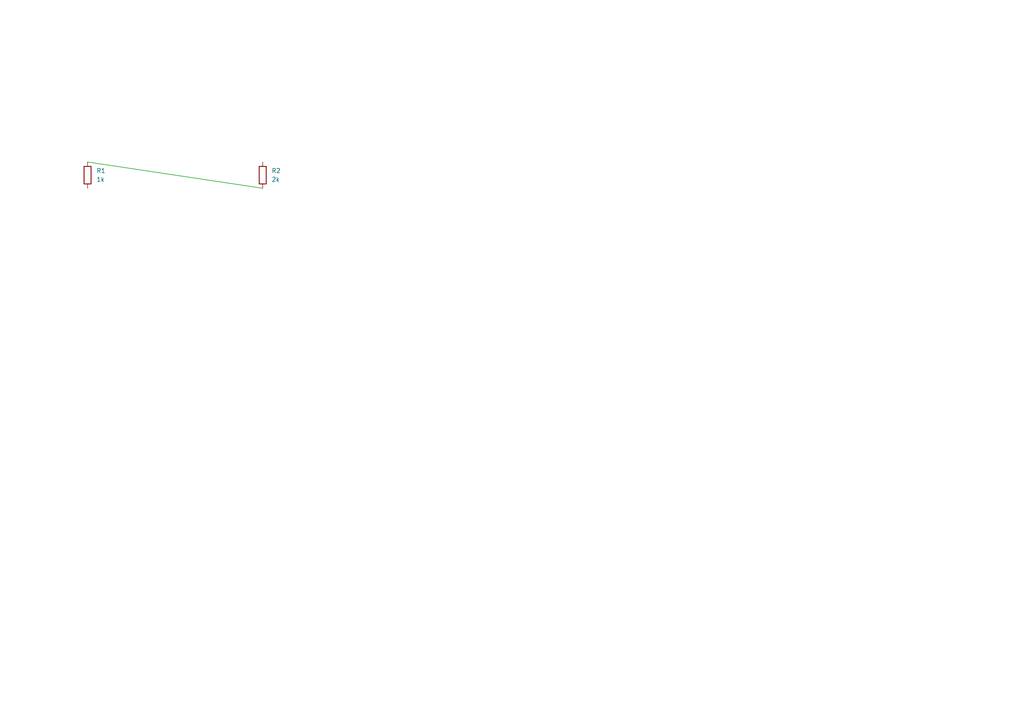
<source format=kicad_sch>
(kicad_sch (version 20250114) (generator "eeschema") (generator_version "9.0")
  (paper "A4")
  (title_block (title "Compatibility Test"))
  (lib_symbols
    (symbol "Device:R" (pin_numbers (hide yes)) (pin_names (offset 0))
      (property "Reference" "R" (at 2.032 0 90))
      (property "Value" "R" (at 0 0 90))
      (symbol "R_0_1"
        (rectangle (start -1.016 -2.54) (end 1.016 2.54) (stroke (width 0.254)))
      )
      (symbol "R_1_1"
        (pin passive line (at 0 3.81 270) (length 1.27) (name "~") (number "1"))
        (pin passive line (at 0 -3.81 90) (length 1.27) (name "~") (number "2"))
      )
    )
  )
  (symbol (lib_id "Device:R") (at 25.4 50.8 0) (unit 1)
    (property "Reference" "R1" (at 27.94 49.5299 0) (effects (justify left)))
    (property "Value" "1k" (at 27.94 52.0699 0) (effects (justify left)))
  )
  (symbol (lib_id "Device:R") (at 76.2 50.8 0) (unit 1)
    (property "Reference" "R2" (at 78.74 49.5299 0) (effects (justify left)))
    (property "Value" "2k" (at 78.74 52.0699 0) (effects (justify left)))
  )
  (wire (pts (xy 25.4 46.99) (xy 76.2 54.61)))
)
</source>
